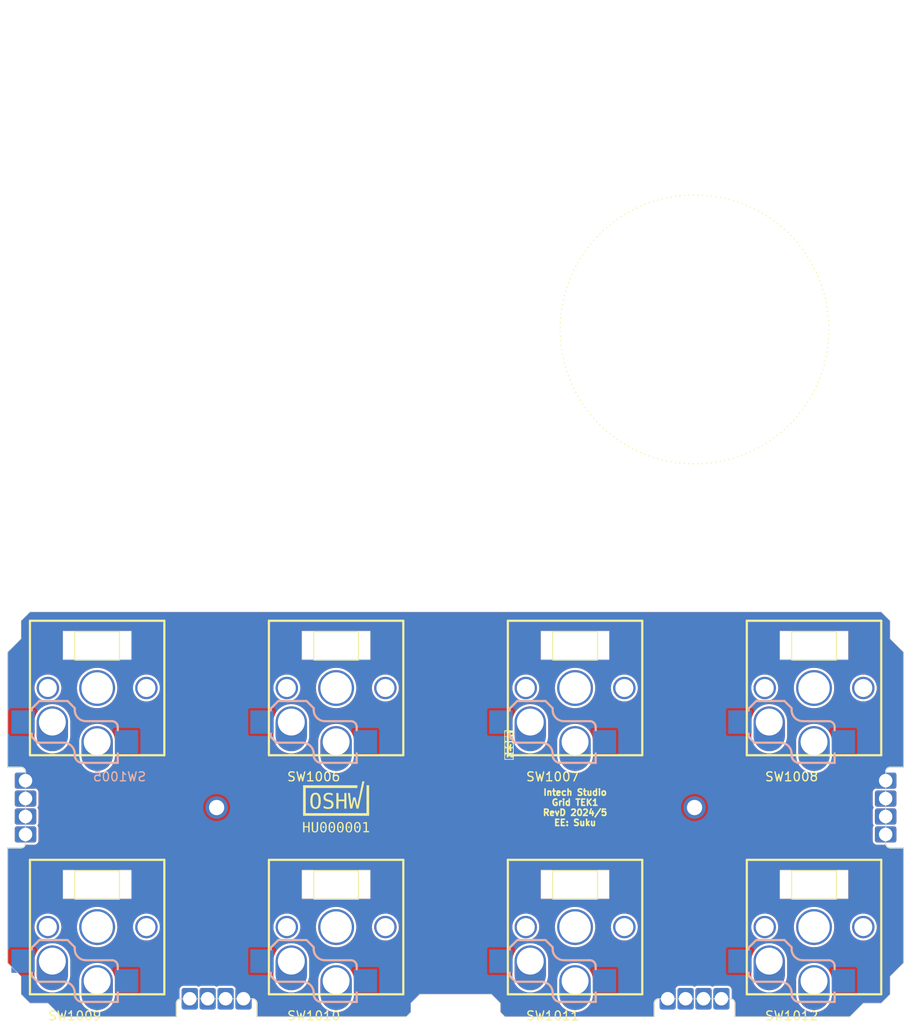
<source format=kicad_pcb>
(kicad_pcb (version 20221018) (generator pcbnew)
  (layers (0 "F.Cu" signal) (1 "In1.Cu" signal) (2 "In2.Cu" signal) (31 "B.Cu" signal) (34 "B.Paste" user) (35 "F.Paste" user) (36 "B.SilkS" user "B.Silkscreen") (37 "F.SilkS" user "F.Silkscreen") (38 "B.Mask" user) (39 "F.Mask" user) (44 "Edge.Cuts" user))
  (net 0 "")
  (net 1 "GND")
  (net 2 "/MCU/GRID_SYNC_1")
  (net 3 "+5V")
  (net 4 "/MCU/GRID_WEST_RX")
  (net 5 "/MCU/GRID_SYNC_2")
  (net 6 "/MCU/GRID_SOUTH_TX")
  (net 7 "/MCU/GRID_SOUTH_RX")
  (net 8 "/MCU/GRID_EAST_TX")
  (net 9 "/ANA_12")
  (net 10 "/ANA_13")
  (net 11 "/ANA_14")
  (net 12 "/ANA_15")
  (net 13 "+3V3")
  (net 14 "/ANA_8")
  (net 15 "/ANA_9")
  (net 16 "/ANA_10")
  (net 17 "/ANA_11")
  (footprint "suku_basics:J_INTERFACE_SPRINGPATTERN" (layer "F.Cu") (at 50 126.67 90)
    (fp_text reference "J506" hide)
    (fp_text value "Conn_01x04")
    (pad "1" thru_hole roundrect (at 3 2 270) (size 1.8 2.4) (drill 1.5) (property pad_prop_castellated) (layers "*.Cu" "*.Mask") (roundrect_rratio 0.139) (net 3 "+5V"))
    (pad "2" thru_hole roundrect (at 1 2 270) (size 1.8 2.4) (drill 1.5) (property pad_prop_castellated) (layers "*.Cu" "*.Mask") (roundrect_rratio 0.139) (net 5 "/MCU/GRID_SYNC_2"))
    (pad "3" thru_hole roundrect (at -1 2 270) (size 1.8 2.4) (drill 1.5) (property pad_prop_castellated) (layers "*.Cu" "*.Mask") (roundrect_rratio 0.139) (net 4 "/MCU/GRID_WEST_RX"))
    (pad "4" thru_hole roundrect (at -3 2 270) (size 1.8 2.4) (drill 1.5) (property pad_prop_castellated) (layers "*.Cu" "*.Mask") (roundrect_rratio 0.139) (net 1 "GND"))
  )
  (footprint "suku_basics:J_INTERFACE_SPRINGPATTERN" (layer "F.Cu") (at 73.33 150 180)
    (fp_text reference "J507" hide)
    (fp_text value "Conn_01x04")
    (pad "1" thru_hole roundrect (at 3 2) (size 1.8 2.4) (drill 1.5) (property pad_prop_castellated) (layers "*.Cu" "*.Mask") (roundrect_rratio 0.139) (net 1 "GND"))
    (pad "2" thru_hole roundrect (at 1 2) (size 1.8 2.4) (drill 1.5) (property pad_prop_castellated) (layers "*.Cu" "*.Mask") (roundrect_rratio 0.139) (net 6 "/MCU/GRID_SOUTH_TX"))
    (pad "3" thru_hole roundrect (at -1 2) (size 1.8 2.4) (drill 1.5) (property pad_prop_castellated) (layers "*.Cu" "*.Mask") (roundrect_rratio 0.139) (net 2 "/MCU/GRID_SYNC_1"))
    (pad "4" thru_hole roundrect (at -3 2) (size 1.8 2.4) (drill 1.5) (property pad_prop_castellated) (layers "*.Cu" "*.Mask") (roundrect_rratio 0.139) (net 3 "+5V"))
  )
  (footprint "suku_basics:J_INTERFACE_SPRINGPATTERN" (layer "F.Cu") (at 126.67 150 180)
    (fp_text reference "J508" hide)
    (fp_text value "Conn_01x04")
    (pad "1" thru_hole roundrect (at 3 2) (size 1.8 2.4) (drill 1.5) (property pad_prop_castellated) (layers "*.Cu" "*.Mask") (roundrect_rratio 0.139) (net 3 "+5V"))
    (pad "2" thru_hole roundrect (at 1 2) (size 1.8 2.4) (drill 1.5) (property pad_prop_castellated) (layers "*.Cu" "*.Mask") (roundrect_rratio 0.139) (net 5 "/MCU/GRID_SYNC_2"))
    (pad "3" thru_hole roundrect (at -1 2) (size 1.8 2.4) (drill 1.5) (property pad_prop_castellated) (layers "*.Cu" "*.Mask") (roundrect_rratio 0.139) (net 7 "/MCU/GRID_SOUTH_RX"))
    (pad "4" thru_hole roundrect (at -3 2) (size 1.8 2.4) (drill 1.5) (property pad_prop_castellated) (layers "*.Cu" "*.Mask") (roundrect_rratio 0.139) (net 1 "GND"))
  )
  (footprint "suku_basics:J_INTERFACE_SPRINGPATTERN" (layer "F.Cu") (at 150 126.67 -90)
    (fp_text reference "J505" hide)
    (fp_text value "Conn_01x04")
    (pad "1" thru_hole roundrect (at 3 2 90) (size 1.8 2.4) (drill 1.5) (property pad_prop_castellated) (layers "*.Cu" "*.Mask") (roundrect_rratio 0.139) (net 1 "GND"))
    (pad "2" thru_hole roundrect (at 1 2 90) (size 1.8 2.4) (drill 1.5) (property pad_prop_castellated) (layers "*.Cu" "*.Mask") (roundrect_rratio 0.139) (net 8 "/MCU/GRID_EAST_TX"))
    (pad "3" thru_hole roundrect (at -1 2 90) (size 1.8 2.4) (drill 1.5) (property pad_prop_castellated) (layers "*.Cu" "*.Mask") (roundrect_rratio 0.139) (net 2 "/MCU/GRID_SYNC_1"))
    (pad "4" thru_hole roundrect (at -3 2 90) (size 1.8 2.4) (drill 1.5) (property pad_prop_castellated) (layers "*.Cu" "*.Mask") (roundrect_rratio 0.139) (net 3 "+5V"))
  )
  (footprint "" (layer "F.Cu") (at 126.67 126.67)
    (fp_text reference "" (at 0 0) (layer "F.SilkS") (effects (font (size 1.27 1.27))))
    (fp_text value "" (at 0 0) (layer "F.SilkS") (effects (font (size 1.27 1.27))))
    (pad "8" smd circle (at 0 0) (size 6 6) (layers "F.Cu" "F.Mask"))
  )
  (footprint "" (layer "F.Cu") (at 73.25 126.75 90)
    (fp_text reference "" (at 0 0 90) (layer "F.SilkS") (effects (font (size 1.27 1.27))))
    (fp_text value "" (at 0 0 90) (layer "F.SilkS") (effects (font (size 1.27 1.27))))
    (pad "8" thru_hole circle (at 0.08 0.08 90) (size 2.5 2.5) (drill 1.7) (layers "*.Cu" "*.Mask"))
  )
  (footprint "" (layer "F.Cu") (at 73.33 126.67 90)
    (fp_text reference "" (at 0 0 90) (layer "F.SilkS") (effects (font (size 1.27 1.27))))
    (fp_text value "" (at 0 0 90) (layer "F.SilkS") (effects (font (size 1.27 1.27))))
    (pad "8" smd circle (at 0 0 90) (size 6 6) (layers "F.Cu" "F.Mask"))
  )
  (footprint "" (layer "F.Cu") (at 126.67 126.67)
    (fp_text reference "" (at 0 0) (layer "F.SilkS") (effects (font (size 1.27 1.27))))
    (fp_text value "" (at 0 0) (layer "F.SilkS") (effects (font (size 1.27 1.27))))
    (pad "8" thru_hole circle (at 0 0) (size 2.5 2.5) (drill 1.7) (layers "*.Cu" "*.Mask"))
  )
  (footprint "suku_basics:OSHWA" (layer "F.Cu") (at 86.665 126.67)
    (fp_text reference "LOGO701" hide)
    (fp_text value "OSHWA" hide)
  )
  (footprint "suku_basics:KEY-TH_CPG135001D0X" (layer "B.Cu") (at 59.995 140.005 180)
    (fp_text reference "SW1009" (at 2.5 -9.9) (layer "F.SilkS"))
    (fp_text value "CPG135001D02")
    (pad "" thru_hole circle (at -5.5 0) (size 2.5 2.5) (drill 2) (layers "*.Cu" "*.Mask"))
    (pad "" thru_hole circle (at 0 0) (size 4 4) (drill 3.5) (layers "*.Cu" "*.Mask"))
    (pad "" thru_hole circle (at 5.5 0) (size 2.5 2.5) (drill 2) (layers "*.Cu" "*.Mask"))
    (pad "1" smd rect (at -3.27 -6 180) (size 2.6 2.6) (layers "B.Cu" "B.Paste" "B.Mask") (net 1 "GND"))
    (pad "1" thru_hole oval (at 0 -6 90) (size 5 3.5) (drill 3 (offset -0.75 0)) (layers "*.Cu" "*.Mask") (net 1 "GND"))
    (pad "2" thru_hole oval (at 5 -3.8 90) (size 5 3.5) (drill 3 (offset -0.75 0)) (layers "*.Cu" "*.Mask") (net 9 "/ANA_12"))
    (pad "2" smd rect (at 8.27 -3.8 180) (size 2.6 2.6) (layers "B.Cu" "B.Paste" "B.Mask") (net 9 "/ANA_12"))
  )
  (footprint "suku_basics:KEY-TH_CPG135001D0X" (layer "B.Cu") (at 86.665 140.005 180)
    (fp_text reference "SW1010" (at 2.5 -9.9) (layer "F.SilkS"))
    (fp_text value "CPG135001D02")
    (pad "" thru_hole circle (at -5.5 0) (size 2.5 2.5) (drill 2) (layers "*.Cu" "*.Mask"))
    (pad "" thru_hole circle (at 0 0) (size 4 4) (drill 3.5) (layers "*.Cu" "*.Mask"))
    (pad "" thru_hole circle (at 5.5 0) (size 2.5 2.5) (drill 2) (layers "*.Cu" "*.Mask"))
    (pad "1" smd rect (at -3.27 -6 180) (size 2.6 2.6) (layers "B.Cu" "B.Paste" "B.Mask") (net 1 "GND"))
    (pad "1" thru_hole oval (at 0 -6 90) (size 5 3.5) (drill 3 (offset -0.75 0)) (layers "*.Cu" "*.Mask") (net 1 "GND"))
    (pad "2" thru_hole oval (at 5 -3.8 90) (size 5 3.5) (drill 3 (offset -0.75 0)) (layers "*.Cu" "*.Mask") (net 10 "/ANA_13"))
    (pad "2" smd rect (at 8.27 -3.8 180) (size 2.6 2.6) (layers "B.Cu" "B.Paste" "B.Mask") (net 10 "/ANA_13"))
  )
  (footprint "suku_basics:KEY-TH_CPG135001D0X" (layer "B.Cu") (at 140.005 140.005 180)
    (fp_text reference "SW1012" (at 2.5 -9.9) (layer "F.SilkS"))
    (fp_text value "CPG135001D02")
    (pad "" thru_hole circle (at -5.5 0) (size 2.5 2.5) (drill 2) (layers "*.Cu" "*.Mask"))
    (pad "" thru_hole circle (at 0 0) (size 4 4) (drill 3.5) (layers "*.Cu" "*.Mask"))
    (pad "" thru_hole circle (at 5.5 0) (size 2.5 2.5) (drill 2) (layers "*.Cu" "*.Mask"))
    (pad "1" smd rect (at -3.27 -6 180) (size 2.6 2.6) (layers "B.Cu" "B.Paste" "B.Mask") (net 1 "GND"))
    (pad "1" thru_hole oval (at 0 -6 90) (size 5 3.5) (drill 3 (offset -0.75 0)) (layers "*.Cu" "*.Mask") (net 1 "GND"))
    (pad "2" thru_hole oval (at 5 -3.8 90) (size 5 3.5) (drill 3 (offset -0.75 0)) (layers "*.Cu" "*.Mask") (net 12 "/ANA_15"))
    (pad "2" smd rect (at 8.27 -3.8 180) (size 2.6 2.6) (layers "B.Cu" "B.Paste" "B.Mask") (net 12 "/ANA_15"))
  )
  (footprint "suku_basics:KEY-TH_CPG135001D0X" (layer "B.Cu") (at 113.335 140.005 180)
    (fp_text reference "SW1011" (at 2.5 -9.9) (layer "F.SilkS"))
    (fp_text value "CPG135001D02")
    (pad "" thru_hole circle (at -5.5 0) (size 2.5 2.5) (drill 2) (layers "*.Cu" "*.Mask"))
    (pad "" thru_hole circle (at 0 0) (size 4 4) (drill 3.5) (layers "*.Cu" "*.Mask"))
    (pad "" thru_hole circle (at 5.5 0) (size 2.5 2.5) (drill 2) (layers "*.Cu" "*.Mask"))
    (pad "1" smd rect (at -3.27 -6 180) (size 2.6 2.6) (layers "B.Cu" "B.Paste" "B.Mask") (net 1 "GND"))
    (pad "1" thru_hole oval (at 0 -6 90) (size 5 3.5) (drill 3 (offset -0.75 0)) (layers "*.Cu" "*.Mask") (net 1 "GND"))
    (pad "2" thru_hole oval (at 5 -3.8 90) (size 5 3.5) (drill 3 (offset -0.75 0)) (layers "*.Cu" "*.Mask") (net 11 "/ANA_14"))
    (pad "2" smd rect (at 8.27 -3.8 180) (size 2.6 2.6) (layers "B.Cu" "B.Paste" "B.Mask") (net 11 "/ANA_14"))
  )
  (footprint "suku_basics:KEY-TH_CPG135001D0X" (layer "B.Cu") (at 59.995 113.335 180)
    (fp_text reference "SW1005" (at -2.5 -9.9) (layer "B.SilkS") (effects (justify mirror)))
    (fp_text value "CPG135001D02")
    (pad "" thru_hole circle (at -5.5 0) (size 2.5 2.5) (drill 2) (layers "*.Cu" "*.Mask"))
    (pad "" thru_hole circle (at 0 0) (size 4 4) (drill 3.5) (layers "*.Cu" "*.Mask"))
    (pad "" thru_hole circle (at 5.5 0) (size 2.5 2.5) (drill 2) (layers "*.Cu" "*.Mask"))
    (pad "1" smd rect (at -3.27 -6 180) (size 2.6 2.6) (layers "B.Cu" "B.Paste" "B.Mask") (net 1 "GND"))
    (pad "1" thru_hole oval (at 0 -6 90) (size 5 3.5) (drill 3 (offset -0.75 0)) (layers "*.Cu" "*.Mask") (net 1 "GND"))
    (pad "2" thru_hole oval (at 5 -3.8 90) (size 5 3.5) (drill 3 (offset -0.75 0)) (layers "*.Cu" "*.Mask") (net 14 "/ANA_8"))
    (pad "2" smd rect (at 8.27 -3.8 180) (size 2.6 2.6) (layers "B.Cu" "B.Paste" "B.Mask") (net 14 "/ANA_8"))
  )
  (footprint "suku_basics:KEY-TH_CPG135001D0X" (layer "B.Cu") (at 86.665 113.335 180)
    (fp_text reference "SW1006" (at 2.5 -9.9) (layer "F.SilkS"))
    (fp_text value "CPG135001D02")
    (pad "" thru_hole circle (at -5.5 0) (size 2.5 2.5) (drill 2) (layers "*.Cu" "*.Mask"))
    (pad "" thru_hole circle (at 0 0) (size 4 4) (drill 3.5) (layers "*.Cu" "*.Mask"))
    (pad "" thru_hole circle (at 5.5 0) (size 2.5 2.5) (drill 2) (layers "*.Cu" "*.Mask"))
    (pad "1" smd rect (at -3.27 -6 180) (size 2.6 2.6) (layers "B.Cu" "B.Paste" "B.Mask") (net 1 "GND"))
    (pad "1" thru_hole oval (at 0 -6 90) (size 5 3.5) (drill 3 (offset -0.75 0)) (layers "*.Cu" "*.Mask") (net 1 "GND"))
    (pad "2" thru_hole oval (at 5 -3.8 90) (size 5 3.5) (drill 3 (offset -0.75 0)) (layers "*.Cu" "*.Mask") (net 15 "/ANA_9"))
    (pad "2" smd rect (at 8.27 -3.8 180) (size 2.6 2.6) (layers "B.Cu" "B.Paste" "B.Mask") (net 15 "/ANA_9"))
  )
  (footprint "suku_basics:KEY-TH_CPG135001D0X" (layer "B.Cu") (at 140.005 113.335 180)
    (fp_text reference "SW1008" (at 2.5 -9.9) (layer "F.SilkS"))
    (fp_text value "CPG135001D02")
    (pad "" thru_hole circle (at -5.5 0) (size 2.5 2.5) (drill 2) (layers "*.Cu" "*.Mask"))
    (pad "" thru_hole circle (at 0 0) (size 4 4) (drill 3.5) (layers "*.Cu" "*.Mask"))
    (pad "" thru_hole circle (at 5.5 0) (size 2.5 2.5) (drill 2) (layers "*.Cu" "*.Mask"))
    (pad "1" smd rect (at -3.27 -6 180) (size 2.6 2.6) (layers "B.Cu" "B.Paste" "B.Mask") (net 1 "GND"))
    (pad "1" thru_hole oval (at 0 -6 90) (size 5 3.5) (drill 3 (offset -0.75 0)) (layers "*.Cu" "*.Mask") (net 1 "GND"))
    (pad "2" thru_hole oval (at 5 -3.8 90) (size 5 3.5) (drill 3 (offset -0.75 0)) (layers "*.Cu" "*.Mask") (net 17 "/ANA_11"))
    (pad "2" smd rect (at 8.27 -3.8 180) (size 2.6 2.6) (layers "B.Cu" "B.Paste" "B.Mask") (net 17 "/ANA_11"))
  )
  (footprint "suku_basics:KEY-TH_CPG135001D0X" (layer "B.Cu") (at 113.335 113.335 180)
    (fp_text reference "SW1007" (at 2.5 -9.9) (layer "F.SilkS"))
    (fp_text value "CPG135001D02")
    (pad "" thru_hole circle (at -5.5 0) (size 2.5 2.5) (drill 2) (layers "*.Cu" "*.Mask"))
    (pad "" thru_hole circle (at 0 0) (size 4 4) (drill 3.5) (layers "*.Cu" "*.Mask"))
    (pad "" thru_hole circle (at 5.5 0) (size 2.5 2.5) (drill 2) (layers "*.Cu" "*.Mask"))
    (pad "1" smd rect (at -3.27 -6 180) (size 2.6 2.6) (layers "B.Cu" "B.Paste" "B.Mask") (net 1 "GND"))
    (pad "1" thru_hole oval (at 0 -6 90) (size 5 3.5) (drill 3 (offset -0.75 0)) (layers "*.Cu" "*.Mask") (net 1 "GND"))
    (pad "2" thru_hole oval (at 5 -3.8 90) (size 5 3.5) (drill 3 (offset -0.75 0)) (layers "*.Cu" "*.Mask") (net 16 "/ANA_10"))
    (pad "2" smd rect (at 8.27 -3.8 180) (size 2.6 2.6) (layers "B.Cu" "B.Paste" "B.Mask") (net 16 "/ANA_10"))
  )
  (gr_circle (center 126.67 73.33) (end 141.67 73.33) (stroke (width 0.12) (type dot)) (fill none) (layer "F.SilkS"))
  (gr_line (start 95 148.5) (end 95 149.5) (stroke (width 0.05)) (layer "Edge.Cuts"))
  (gr_line (start 52 130.67) (end 52 122.67) (stroke (width 0.1)) (layer "Edge.Cuts"))
  (gr_line (start 68.83 148.5) (end 68.83 150) (stroke (width 0.1)) (layer "Edge.Cuts"))
  (gr_line (start 148.5 147.5) (end 147.5 148.5) (stroke (width 0.05)) (layer "Edge.Cuts"))
  (gr_rect (start 82.855 106.985) (end 90.475 110.16) (stroke (width 0.05)) (fill none) (layer "Edge.Cuts"))
  (gr_line (start 148.5 107.84) (end 150 109.34) (stroke (width 0.05)) (layer "Edge.Cuts"))
  (gr_arc (start 77.33 148) (mid 77.683553 148.146447) (end 77.83 148.5) (stroke (width 0.1)) (layer "Edge.Cuts"))
  (gr_line (start 104 147.5) (end 105 148.5) (stroke (width 0.05)) (layer "Edge.Cuts"))
  (gr_line (start 150 122.17) (end 148.5 122.17) (stroke (width 0.1)) (layer "Edge.Cuts"))
  (gr_line (start 52.5 148.5) (end 51.5 147.5) (stroke (width 0.05)) (layer "Edge.Cuts"))
  (gr_line (start 150 144) (end 148.5 145.5) (stroke (width 0.05)) (layer "Edge.Cuts"))
  (gr_line (start 68.83 150) (end 56 150) (stroke (width 0.1)) (layer "Edge.Cuts"))
  (gr_arc (start 148.5 131.17) (mid 148.146447 131.023553) (end 148 130.67) (stroke (width 0.1)) (layer "Edge.Cuts"))
  (gr_rect (start 82.855 133.655) (end 90.475 136.83) (stroke (width 0.05)) (fill none) (layer "Edge.Cuts"))
  (gr_line (start 130.67 148) (end 122.67 148) (stroke (width 0.1)) (layer "Edge.Cuts"))
  (gr_line (start 95 148.5) (end 96 147.5) (stroke (width 0.05)) (layer "Edge.Cuts"))
  (gr_rect (start 56.185 133.655) (end 63.805 136.83) (stroke (width 0.05)) (fill none) (layer "Edge.Cuts"))
  (gr_line (start 150 109.34) (end 150 122.17) (stroke (width 0.1)) (layer "Edge.Cuts"))
  (gr_line (start 51.5 122.17) (end 50 122.17) (stroke (width 0.1)) (layer "Edge.Cuts"))
  (gr_line (start 148 122.67) (end 148 130.67) (stroke (width 0.1)) (layer "Edge.Cuts"))
  (gr_line (start 148.5 105.84) (end 148.5 107.84) (stroke (width 0.05)) (layer "Edge.Cuts"))
  (gr_line (start 51.5 105.84) (end 52.5 104.84) (stroke (width 0.05)) (layer "Edge.Cuts"))
  (gr_line (start 77.33 148) (end 69.33 148) (stroke (width 0.1)) (layer "Edge.Cuts"))
  (gr_line (start 148.5 145.5) (end 148.5 147.5) (stroke (width 0.05)) (layer "Edge.Cuts"))
  (gr_arc (start 130.67 148) (mid 131.023553 148.146447) (end 131.17 148.5) (stroke (width 0.1)) (layer "Edge.Cuts"))
  (gr_rect (start 109.525 133.655) (end 117.145 136.83) (stroke (width 0.05)) (fill none) (layer "Edge.Cuts"))
  (gr_line (start 51.5 147.5) (end 51.5 145.5) (stroke (width 0.05)) (layer "Edge.Cuts"))
  (gr_line (start 147.5 148.5) (end 145.5 148.5) (stroke (width 0.05)) (layer "Edge.Cuts"))
  (gr_line (start 104 147.5) (end 96 147.5) (stroke (width 0.05)) (layer "Edge.Cuts"))
  (gr_arc (start 52 130.67) (mid 51.853553 131.023553) (end 51.5 131.17) (stroke (width 0.1)) (layer "Edge.Cuts"))
  (gr_line (start 50 109.34) (end 51.5 107.84) (stroke (width 0.05)) (layer "Edge.Cuts"))
  (gr_rect (start 109.525 106.985) (end 117.145 110.16) (stroke (width 0.05)) (fill none) (layer "Edge.Cuts"))
  (gr_line (start 148.5 131.17) (end 150 131.17) (stroke (width 0.1)) (layer "Edge.Cuts"))
  (gr_arc (start 122.17 148.5) (mid 122.316447 148.146447) (end 122.67 148) (stroke (width 0.1)) (layer "Edge.Cuts"))
  (gr_line (start 122.17 148.5) (end 122.17 150) (stroke (width 0.1)) (layer "Edge.Cuts"))
  (gr_line (start 51.5 145.5) (end 50 144) (stroke (width 0.05)) (layer "Edge.Cuts"))
  (gr_line (start 95 149.5) (end 94.5 150) (stroke (width 0.05)) (layer "Edge.Cuts"))
  (gr_line (start 145.5 148.5) (end 144 150) (stroke (width 0.05)) (layer "Edge.Cuts"))
  (gr_arc (start 51.5 122.17) (mid 51.853553 122.316447) (end 52 122.67) (stroke (width 0.1)) (layer "Edge.Cuts"))
  (gr_line (start 105 149.5) (end 105.5 150) (stroke (width 0.05)) (layer "Edge.Cuts"))
  (gr_line (start 54.5 148.5) (end 52.5 148.5) (stroke (width 0.05)) (layer "Edge.Cuts"))
  (gr_line (start 150 131.17) (end 150 144) (stroke (width 0.1)) (layer "Edge.Cuts"))
  (gr_line (start 50 131.17) (end 51.5 131.17) (stroke (width 0.1)) (layer "Edge.Cuts"))
  (gr_line (start 105 149.5) (end 105 148.5) (stroke (width 0.05)) (layer "Edge.Cuts"))
  (gr_line (start 144 150) (end 131.17 150) (stroke (width 0.1)) (layer "Edge.Cuts"))
  (gr_line (start 147.5 104.84) (end 148.5 105.84) (stroke (width 0.05)) (layer "Edge.Cuts"))
  (gr_rect (start 56.185 106.985) (end 63.805 110.16) (stroke (width 0.05)) (fill none) (layer "Edge.Cuts"))
  (gr_line (start 52.5 104.84) (end 147.5 104.84) (stroke (width 0.05)) (layer "Edge.Cuts"))
  (gr_rect (start 136.195 106.985) (end 143.815 110.16) (stroke (width 0.05)) (fill none) (layer "Edge.Cuts"))
  (gr_arc (start 68.83 148.5) (mid 68.976447 148.146447) (end 69.33 148) (stroke (width 0.1)) (layer "Edge.Cuts"))
  (gr_line (start 122.17 150) (end 105.5 150) (stroke (width 0.05)) (layer "Edge.Cuts"))
  (gr_line (start 50 122.17) (end 50 109.34) (stroke (width 0.1)) (layer "Edge.Cuts"))
  (gr_line (start 131.17 150) (end 131.17 148.5) (stroke (width 0.1)) (layer "Edge.Cuts"))
  (gr_line (start 51.5 107.84) (end 51.5 105.84) (stroke (width 0.05)) (layer "Edge.Cuts"))
  (gr_line (start 50 144) (end 50 131.17) (stroke (width 0.1)) (layer "Edge.Cuts"))
  (gr_rect (start 136.195 133.655) (end 143.815 136.83) (stroke (width 0.05)) (fill none) (layer "Edge.Cuts"))
  (gr_line (start 77.83 150) (end 77.83 148.5) (stroke (width 0.1)) (layer "Edge.Cuts"))
  (gr_line (start 94.5 150) (end 77.83 150) (stroke (width 0.1)) (layer "Edge.Cuts"))
  (gr_arc (start 148 122.67) (mid 148.146447 122.316447) (end 148.5 122.17) (stroke (width 0.1)) (layer "Edge.Cuts"))
  (gr_line (start 56 150) (end 54.5 148.5) (stroke (width 0.05)) (layer "Edge.Cuts"))
  (gr_text "Intech Studio\nGrid TEK1\nRevD 2024/5\nEE: Suku" (at 113.335 126.67) (layer "F.SilkS") (effects (font (size 0.7 0.7) (thickness 0.175))))
  (gr_text "RESET" (at 106 119.75 90) (layer "F.SilkS" knockout) (effects (font (size 0.7 0.7) (thickness 0.175))))
  (zone (net 3) (net_name "+5V") (layer "F.Cu") (connect_pads (clearance 0.254)) (min_thickness 0.1524) (fill yes (thermal_gap 0.508) (thermal_bridge_width 0.254) (island_removal_mode 2) (island_area_min 10))
    (polygon (pts (xy 50 50) (xy 51 46) (xy 53 46) (xy 54 50) (xy 150 50) (xy 150 150) (xy 50 150)))
  )
  (zone (net 3) (net_name "+5V") (layer "B.Cu") (connect_pads (clearance 0.254)) (min_thickness 0.1524) (fill yes (thermal_gap 0.508) (thermal_bridge_width 0.254) (island_removal_mode 2) (island_area_min 10))
    (polygon (pts (xy 50 50) (xy 59 50) (xy 60 46) (xy 62 46) (xy 63 50) (xy 150 50) (xy 150 150) (xy 50 150)))
  )
)
</source>
